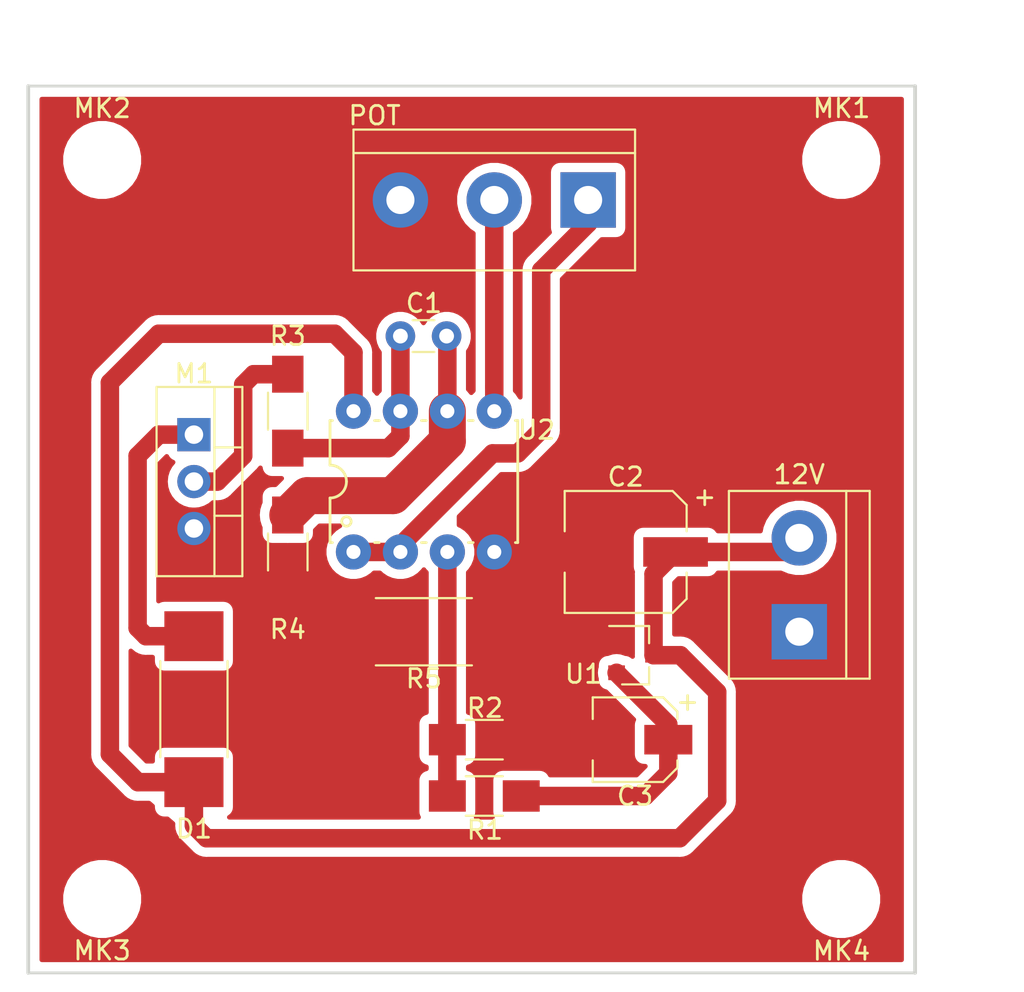
<source format=kicad_pcb>
(kicad_pcb (version 20171130) (host pcbnew 5.0.0-rc2-dev-unknown-554cb54~64~ubuntu16.04.1)

  (general
    (thickness 1.6)
    (drawings 6)
    (tracks 56)
    (zones 0)
    (modules 18)
    (nets 12)
  )

  (page A4)
  (layers
    (0 F.Cu signal)
    (31 B.Cu signal)
    (32 B.Adhes user)
    (33 F.Adhes user)
    (34 B.Paste user)
    (35 F.Paste user)
    (36 B.SilkS user)
    (37 F.SilkS user)
    (38 B.Mask user)
    (39 F.Mask user)
    (40 Dwgs.User user)
    (41 Cmts.User user)
    (42 Eco1.User user)
    (43 Eco2.User user)
    (44 Edge.Cuts user)
    (45 Margin user)
    (46 B.CrtYd user)
    (47 F.CrtYd user)
    (48 B.Fab user)
    (49 F.Fab user)
  )

  (setup
    (last_trace_width 1)
    (trace_clearance 0.5)
    (zone_clearance 0.508)
    (zone_45_only no)
    (trace_min 0.2)
    (segment_width 0.2)
    (edge_width 0.15)
    (via_size 1)
    (via_drill 0.6)
    (via_min_size 0.4)
    (via_min_drill 0.3)
    (uvia_size 0.3)
    (uvia_drill 0.1)
    (uvias_allowed no)
    (uvia_min_size 0.2)
    (uvia_min_drill 0.1)
    (pcb_text_width 0.3)
    (pcb_text_size 1.5 1.5)
    (mod_edge_width 0.15)
    (mod_text_size 1 1)
    (mod_text_width 0.15)
    (pad_size 1.524 1.524)
    (pad_drill 0.762)
    (pad_to_mask_clearance 0.2)
    (aux_axis_origin 0 0)
    (visible_elements FFFDFF7F)
    (pcbplotparams
      (layerselection 0x010fc_ffffffff)
      (usegerberextensions false)
      (usegerberattributes false)
      (usegerberadvancedattributes false)
      (creategerberjobfile false)
      (excludeedgelayer true)
      (linewidth 0.050000)
      (plotframeref false)
      (viasonmask false)
      (mode 1)
      (useauxorigin false)
      (hpglpennumber 1)
      (hpglpenspeed 20)
      (hpglpendiameter 15)
      (psnegative false)
      (psa4output false)
      (plotreference true)
      (plotvalue true)
      (plotinvisibletext false)
      (padsonsilk false)
      (subtractmaskfromsilk false)
      (outputformat 1)
      (mirror false)
      (drillshape 0)
      (scaleselection 1)
      (outputdirectory ""))
  )

  (net 0 "")
  (net 1 GND)
  (net 2 "Net-(D1-Pad1)")
  (net 3 "Net-(M1-Pad2)")
  (net 4 "Net-(C1-Pad2)")
  (net 5 "Net-(C1-Pad1)")
  (net 6 "Net-(R1-Pad1)")
  (net 7 "Net-(C3-Pad1)")
  (net 8 "Net-(M1-Pad3)")
  (net 9 "Net-(POT1-Pad2)")
  (net 10 "Net-(POT1-Pad1)")
  (net 11 +12V)

  (net_class Default "This is the default net class."
    (clearance 0.5)
    (trace_width 1)
    (via_dia 1)
    (via_drill 0.6)
    (uvia_dia 0.3)
    (uvia_drill 0.1)
    (add_net +12V)
    (add_net GND)
    (add_net "Net-(C1-Pad1)")
    (add_net "Net-(C1-Pad2)")
    (add_net "Net-(C3-Pad1)")
    (add_net "Net-(D1-Pad1)")
    (add_net "Net-(M1-Pad2)")
    (add_net "Net-(M1-Pad3)")
    (add_net "Net-(POT1-Pad1)")
    (add_net "Net-(POT1-Pad2)")
    (add_net "Net-(R1-Pad1)")
  )

  (net_class thick ""
    (clearance 1.5)
    (trace_width 3)
    (via_dia 1)
    (via_drill 0.6)
    (uvia_dia 0.3)
    (uvia_drill 0.1)
  )

  (module Resistors_SMD:R_1206_HandSoldering (layer F.Cu) (tedit 58E0A804) (tstamp 5BE468B7)
    (at 124.681842 90.424)
    (descr "Resistor SMD 1206, hand soldering")
    (tags "resistor 1206")
    (path /5BDF761A)
    (attr smd)
    (fp_text reference R1 (at 0.032158 1.839802 -180) (layer F.SilkS)
      (effects (font (size 1 1) (thickness 0.15)))
    )
    (fp_text value 22K (at 0 1.9) (layer F.Fab)
      (effects (font (size 1 1) (thickness 0.15)))
    )
    (fp_line (start 3.25 1.1) (end -3.25 1.1) (layer F.CrtYd) (width 0.05))
    (fp_line (start 3.25 1.1) (end 3.25 -1.11) (layer F.CrtYd) (width 0.05))
    (fp_line (start -3.25 -1.11) (end -3.25 1.1) (layer F.CrtYd) (width 0.05))
    (fp_line (start -3.25 -1.11) (end 3.25 -1.11) (layer F.CrtYd) (width 0.05))
    (fp_line (start -1 -1.07) (end 1 -1.07) (layer F.SilkS) (width 0.12))
    (fp_line (start 1 1.07) (end -1 1.07) (layer F.SilkS) (width 0.12))
    (fp_line (start -1.6 -0.8) (end 1.6 -0.8) (layer F.Fab) (width 0.1))
    (fp_line (start 1.6 -0.8) (end 1.6 0.8) (layer F.Fab) (width 0.1))
    (fp_line (start 1.6 0.8) (end -1.6 0.8) (layer F.Fab) (width 0.1))
    (fp_line (start -1.6 0.8) (end -1.6 -0.8) (layer F.Fab) (width 0.1))
    (fp_text user %R (at 0 0) (layer F.Fab)
      (effects (font (size 0.7 0.7) (thickness 0.105)))
    )
    (pad 2 smd rect (at 2 0) (size 2 1.7) (layers F.Cu F.Paste F.Mask)
      (net 7 "Net-(C3-Pad1)"))
    (pad 1 smd rect (at -2 0) (size 2 1.7) (layers F.Cu F.Paste F.Mask)
      (net 6 "Net-(R1-Pad1)"))
    (model ${KISYS3DMOD}/Resistors_SMD.3dshapes/R_1206.wrl
      (at (xyz 0 0 0))
      (scale (xyz 1 1 1))
      (rotate (xyz 0 0 0))
    )
  )

  (module Resistors_SMD:R_1206_HandSoldering (layer F.Cu) (tedit 58E0A804) (tstamp 5BE5AF80)
    (at 124.681842 87.376)
    (descr "Resistor SMD 1206, hand soldering")
    (tags "resistor 1206")
    (path /5BDF7664)
    (attr smd)
    (fp_text reference R2 (at 0.032158 -1.716198 -180) (layer F.SilkS)
      (effects (font (size 1 1) (thickness 0.15)))
    )
    (fp_text value 1K (at 0 1.9) (layer F.Fab)
      (effects (font (size 1 1) (thickness 0.15)))
    )
    (fp_text user %R (at 0 0) (layer F.Fab)
      (effects (font (size 0.7 0.7) (thickness 0.105)))
    )
    (fp_line (start -1.6 0.8) (end -1.6 -0.8) (layer F.Fab) (width 0.1))
    (fp_line (start 1.6 0.8) (end -1.6 0.8) (layer F.Fab) (width 0.1))
    (fp_line (start 1.6 -0.8) (end 1.6 0.8) (layer F.Fab) (width 0.1))
    (fp_line (start -1.6 -0.8) (end 1.6 -0.8) (layer F.Fab) (width 0.1))
    (fp_line (start 1 1.07) (end -1 1.07) (layer F.SilkS) (width 0.12))
    (fp_line (start -1 -1.07) (end 1 -1.07) (layer F.SilkS) (width 0.12))
    (fp_line (start -3.25 -1.11) (end 3.25 -1.11) (layer F.CrtYd) (width 0.05))
    (fp_line (start -3.25 -1.11) (end -3.25 1.1) (layer F.CrtYd) (width 0.05))
    (fp_line (start 3.25 1.1) (end 3.25 -1.11) (layer F.CrtYd) (width 0.05))
    (fp_line (start 3.25 1.1) (end -3.25 1.1) (layer F.CrtYd) (width 0.05))
    (pad 1 smd rect (at -2 0) (size 2 1.7) (layers F.Cu F.Paste F.Mask)
      (net 6 "Net-(R1-Pad1)"))
    (pad 2 smd rect (at 2 0) (size 2 1.7) (layers F.Cu F.Paste F.Mask)
      (net 1 GND))
    (model ${KISYS3DMOD}/Resistors_SMD.3dshapes/R_1206.wrl
      (at (xyz 0 0 0))
      (scale (xyz 1 1 1))
      (rotate (xyz 0 0 0))
    )
  )

  (module Resistors_SMD:R_2512_HandSoldering (layer F.Cu) (tedit 58E0A804) (tstamp 5BE44083)
    (at 121.412 81.534)
    (descr "Resistor SMD 2512, hand soldering")
    (tags "resistor 2512")
    (path /5BDA42C9)
    (attr smd)
    (fp_text reference R5 (at 0 2.54) (layer F.SilkS)
      (effects (font (size 1 1) (thickness 0.15)))
    )
    (fp_text value 0.05 (at 0 2.75) (layer F.Fab)
      (effects (font (size 1 1) (thickness 0.15)))
    )
    (fp_line (start 5.55 1.85) (end -5.56 1.85) (layer F.CrtYd) (width 0.05))
    (fp_line (start 5.55 1.85) (end 5.55 -1.85) (layer F.CrtYd) (width 0.05))
    (fp_line (start -5.56 -1.85) (end -5.56 1.85) (layer F.CrtYd) (width 0.05))
    (fp_line (start -5.56 -1.85) (end 5.55 -1.85) (layer F.CrtYd) (width 0.05))
    (fp_line (start -2.6 -1.82) (end 2.6 -1.82) (layer F.SilkS) (width 0.12))
    (fp_line (start 2.6 1.82) (end -2.6 1.82) (layer F.SilkS) (width 0.12))
    (fp_line (start -3.15 -1.6) (end 3.15 -1.6) (layer F.Fab) (width 0.1))
    (fp_line (start 3.15 -1.6) (end 3.15 1.6) (layer F.Fab) (width 0.1))
    (fp_line (start 3.15 1.6) (end -3.15 1.6) (layer F.Fab) (width 0.1))
    (fp_line (start -3.15 1.6) (end -3.15 -1.6) (layer F.Fab) (width 0.1))
    (fp_text user %R (at 0 0) (layer F.Fab)
      (effects (font (size 1 1) (thickness 0.15)))
    )
    (pad 2 smd rect (at 3.95 0) (size 2.7 3.2) (layers F.Cu F.Paste F.Mask)
      (net 1 GND))
    (pad 1 smd rect (at -3.95 0) (size 2.7 3.2) (layers F.Cu F.Paste F.Mask)
      (net 8 "Net-(M1-Pad3)"))
    (model ${KISYS3DMOD}/Resistors_SMD.3dshapes/R_2512.wrl
      (at (xyz 0 0 0))
      (scale (xyz 1 1 1))
      (rotate (xyz 0 0 0))
    )
  )

  (module Power_Integrations:PDIP-8 (layer F.Cu) (tedit 0) (tstamp 5BE44B32)
    (at 121.412 73.406)
    (descr "PDIP-8 Standard 300mil 8pin Dual In Line Package")
    (tags "Power Integrations P Package")
    (path /5BDA252F)
    (fp_text reference U2 (at 6.096 -2.794) (layer F.SilkS)
      (effects (font (size 1 1) (thickness 0.15)))
    )
    (fp_text value LM358 (at 0 0) (layer F.Fab)
      (effects (font (size 1 1) (thickness 0.15)))
    )
    (fp_line (start 5.08 3.302) (end 5.08 -3.302) (layer F.SilkS) (width 0.15))
    (fp_line (start -2.667 -3.302) (end -2.413 -3.302) (layer F.SilkS) (width 0.15))
    (fp_line (start -0.127 -3.302) (end 0.127 -3.302) (layer F.SilkS) (width 0.15))
    (fp_line (start 2.413 -3.302) (end 2.667 -3.302) (layer F.SilkS) (width 0.15))
    (fp_line (start 5.08 -3.302) (end 4.953 -3.302) (layer F.SilkS) (width 0.15))
    (fp_line (start -5.08 -3.302) (end -4.953 -3.302) (layer F.SilkS) (width 0.15))
    (fp_line (start -5.08 3.302) (end -4.953 3.302) (layer F.SilkS) (width 0.15))
    (fp_line (start -2.667 3.302) (end -2.413 3.302) (layer F.SilkS) (width 0.15))
    (fp_line (start -0.127 3.302) (end 0.127 3.302) (layer F.SilkS) (width 0.15))
    (fp_line (start 2.413 3.302) (end 2.667 3.302) (layer F.SilkS) (width 0.15))
    (fp_line (start 5.08 3.302) (end 4.953 3.302) (layer F.SilkS) (width 0.15))
    (fp_circle (center -4.191 2.159) (end -3.937 2.159) (layer F.SilkS) (width 0.15))
    (fp_arc (start -5.08 0) (end -5.08 -0.889) (angle 90) (layer F.SilkS) (width 0.15))
    (fp_arc (start -5.08 0) (end -4.191 0) (angle 90) (layer F.SilkS) (width 0.15))
    (fp_line (start -5.08 -0.889) (end -5.08 -3.302) (layer F.SilkS) (width 0.15))
    (fp_line (start -5.08 0.889) (end -5.08 3.302) (layer F.SilkS) (width 0.15))
    (pad 8 thru_hole circle (at -3.81 -3.81) (size 1.905 1.905) (drill 0.762) (layers *.Cu *.Mask)
      (net 11 +12V))
    (pad 7 thru_hole circle (at -1.27 -3.81) (size 1.905 1.905) (drill 0.762) (layers *.Cu *.Mask)
      (net 5 "Net-(C1-Pad1)"))
    (pad 6 thru_hole circle (at 1.27 -3.81) (size 1.905 1.905) (drill 0.762) (layers *.Cu *.Mask)
      (net 4 "Net-(C1-Pad2)"))
    (pad 5 thru_hole circle (at 3.81 -3.81) (size 1.905 1.905) (drill 0.762) (layers *.Cu *.Mask)
      (net 9 "Net-(POT1-Pad2)"))
    (pad 4 thru_hole circle (at 3.81 3.81) (size 1.905 1.905) (drill 0.762) (layers *.Cu *.Mask)
      (net 1 GND))
    (pad 3 thru_hole circle (at 1.27 3.81) (size 1.905 1.905) (drill 0.762) (layers *.Cu *.Mask)
      (net 6 "Net-(R1-Pad1)"))
    (pad 2 thru_hole circle (at -1.27 3.81) (size 1.905 1.905) (drill 0.762) (layers *.Cu *.Mask)
      (net 10 "Net-(POT1-Pad1)"))
    (pad 1 thru_hole circle (at -3.81 3.81) (size 1.905 1.905) (drill 0.762) (layers *.Cu *.Mask)
      (net 10 "Net-(POT1-Pad1)"))
  )

  (module Capacitors_THT:C_Disc_D3.0mm_W1.6mm_P2.50mm (layer F.Cu) (tedit 597BC7C2) (tstamp 5BE91542)
    (at 120.142 65.532)
    (descr "C, Disc series, Radial, pin pitch=2.50mm, , diameter*width=3.0*1.6mm^2, Capacitor, http://www.vishay.com/docs/45233/krseries.pdf")
    (tags "C Disc series Radial pin pitch 2.50mm  diameter 3.0mm width 1.6mm Capacitor")
    (path /5BDEE117)
    (fp_text reference C1 (at 1.27 -1.778) (layer F.SilkS)
      (effects (font (size 1 1) (thickness 0.15)))
    )
    (fp_text value 100nF (at 1.25 2.11) (layer F.Fab)
      (effects (font (size 1 1) (thickness 0.15)))
    )
    (fp_text user %R (at 1.25 0) (layer F.Fab)
      (effects (font (size 1 1) (thickness 0.15)))
    )
    (fp_line (start 3.55 -1.15) (end -1.05 -1.15) (layer F.CrtYd) (width 0.05))
    (fp_line (start 3.55 1.15) (end 3.55 -1.15) (layer F.CrtYd) (width 0.05))
    (fp_line (start -1.05 1.15) (end 3.55 1.15) (layer F.CrtYd) (width 0.05))
    (fp_line (start -1.05 -1.15) (end -1.05 1.15) (layer F.CrtYd) (width 0.05))
    (fp_line (start 0.663 0.861) (end 1.837 0.861) (layer F.SilkS) (width 0.12))
    (fp_line (start 0.663 -0.861) (end 1.837 -0.861) (layer F.SilkS) (width 0.12))
    (fp_line (start 2.75 -0.8) (end -0.25 -0.8) (layer F.Fab) (width 0.1))
    (fp_line (start 2.75 0.8) (end 2.75 -0.8) (layer F.Fab) (width 0.1))
    (fp_line (start -0.25 0.8) (end 2.75 0.8) (layer F.Fab) (width 0.1))
    (fp_line (start -0.25 -0.8) (end -0.25 0.8) (layer F.Fab) (width 0.1))
    (pad 2 thru_hole circle (at 2.5 0) (size 1.6 1.6) (drill 0.8) (layers *.Cu *.Mask)
      (net 4 "Net-(C1-Pad2)"))
    (pad 1 thru_hole circle (at 0 0) (size 1.6 1.6) (drill 0.8) (layers *.Cu *.Mask)
      (net 5 "Net-(C1-Pad1)"))
    (model ${KISYS3DMOD}/Capacitors_THT.3dshapes/C_Disc_D3.0mm_W1.6mm_P2.50mm.wrl
      (at (xyz 0 0 0))
      (scale (xyz 1 1 1))
      (rotate (xyz 0 0 0))
    )
  )

  (module Mounting_Holes:MountingHole_3.2mm_M3 (layer F.Cu) (tedit 56D1B4CB) (tstamp 5BDEF1A5)
    (at 144 56)
    (descr "Mounting Hole 3.2mm, no annular, M3")
    (tags "mounting hole 3.2mm no annular m3")
    (path /5BDAA7EA)
    (attr virtual)
    (fp_text reference MK1 (at 0.018 -2.794) (layer F.SilkS)
      (effects (font (size 1 1) (thickness 0.15)))
    )
    (fp_text value Mounting_Hole (at 0 4.2) (layer F.Fab)
      (effects (font (size 1 1) (thickness 0.15)))
    )
    (fp_circle (center 0 0) (end 3.45 0) (layer F.CrtYd) (width 0.05))
    (fp_circle (center 0 0) (end 3.2 0) (layer Cmts.User) (width 0.15))
    (fp_text user %R (at 0.3 0) (layer F.Fab)
      (effects (font (size 1 1) (thickness 0.15)))
    )
    (pad 1 np_thru_hole circle (at 0 0) (size 3.2 3.2) (drill 3.2) (layers *.Cu *.Mask))
  )

  (module Mounting_Holes:MountingHole_3.2mm_M3 (layer F.Cu) (tedit 56D1B4CB) (tstamp 5BDEF1BA)
    (at 104 56)
    (descr "Mounting Hole 3.2mm, no annular, M3")
    (tags "mounting hole 3.2mm no annular m3")
    (path /5BDAA7B4)
    (attr virtual)
    (fp_text reference MK2 (at 0 -2.794) (layer F.SilkS)
      (effects (font (size 1 1) (thickness 0.15)))
    )
    (fp_text value Mounting_Hole (at 0 4.2) (layer F.Fab)
      (effects (font (size 1 1) (thickness 0.15)))
    )
    (fp_circle (center 0 0) (end 3.45 0) (layer F.CrtYd) (width 0.05))
    (fp_circle (center 0 0) (end 3.2 0) (layer Cmts.User) (width 0.15))
    (fp_text user %R (at 0.3 0) (layer F.Fab)
      (effects (font (size 1 1) (thickness 0.15)))
    )
    (pad 1 np_thru_hole circle (at 0 0) (size 3.2 3.2) (drill 3.2) (layers *.Cu *.Mask))
  )

  (module Mounting_Holes:MountingHole_3.2mm_M3 (layer F.Cu) (tedit 56D1B4CB) (tstamp 5BDEF408)
    (at 104 96)
    (descr "Mounting Hole 3.2mm, no annular, M3")
    (tags "mounting hole 3.2mm no annular m3")
    (path /5BDAA784)
    (attr virtual)
    (fp_text reference MK3 (at 0 2.794) (layer F.SilkS)
      (effects (font (size 1 1) (thickness 0.15)))
    )
    (fp_text value Mounting_Hole (at 0 4.2) (layer F.Fab)
      (effects (font (size 1 1) (thickness 0.15)))
    )
    (fp_circle (center 0 0) (end 3.45 0) (layer F.CrtYd) (width 0.05))
    (fp_circle (center 0 0) (end 3.2 0) (layer Cmts.User) (width 0.15))
    (fp_text user %R (at 0.3 0) (layer F.Fab)
      (effects (font (size 1 1) (thickness 0.15)))
    )
    (pad 1 np_thru_hole circle (at 0 0) (size 3.2 3.2) (drill 3.2) (layers *.Cu *.Mask))
  )

  (module Mounting_Holes:MountingHole_3.2mm_M3 (layer F.Cu) (tedit 56D1B4CB) (tstamp 5BDEF0E5)
    (at 144 96)
    (descr "Mounting Hole 3.2mm, no annular, M3")
    (tags "mounting hole 3.2mm no annular m3")
    (path /5BDAA482)
    (attr virtual)
    (fp_text reference MK4 (at 0.018 2.806) (layer F.SilkS)
      (effects (font (size 1 1) (thickness 0.15)))
    )
    (fp_text value Mounting_Hole (at 0 4.2) (layer F.Fab)
      (effects (font (size 1 1) (thickness 0.15)))
    )
    (fp_text user %R (at 0.3 0) (layer F.Fab)
      (effects (font (size 1 1) (thickness 0.15)))
    )
    (fp_circle (center 0 0) (end 3.2 0) (layer Cmts.User) (width 0.15))
    (fp_circle (center 0 0) (end 3.45 0) (layer F.CrtYd) (width 0.05))
    (pad 1 np_thru_hole circle (at 0 0) (size 3.2 3.2) (drill 3.2) (layers *.Cu *.Mask))
  )

  (module TO_SOT_Packages_SMD:SOT-23 (layer F.Cu) (tedit 58CE4E7E) (tstamp 5BE92CFD)
    (at 132.842 82.804)
    (descr "SOT-23, Standard")
    (tags SOT-23)
    (path /5BE1BFB9)
    (attr smd)
    (fp_text reference U1 (at -2.794 1.016 -180) (layer F.SilkS)
      (effects (font (size 1 1) (thickness 0.15)))
    )
    (fp_text value AMS1117-1.5 (at 0 2.5) (layer F.Fab)
      (effects (font (size 1 1) (thickness 0.15)))
    )
    (fp_line (start 0.76 1.58) (end -0.7 1.58) (layer F.SilkS) (width 0.12))
    (fp_line (start 0.76 -1.58) (end -1.4 -1.58) (layer F.SilkS) (width 0.12))
    (fp_line (start -1.7 1.75) (end -1.7 -1.75) (layer F.CrtYd) (width 0.05))
    (fp_line (start 1.7 1.75) (end -1.7 1.75) (layer F.CrtYd) (width 0.05))
    (fp_line (start 1.7 -1.75) (end 1.7 1.75) (layer F.CrtYd) (width 0.05))
    (fp_line (start -1.7 -1.75) (end 1.7 -1.75) (layer F.CrtYd) (width 0.05))
    (fp_line (start 0.76 -1.58) (end 0.76 -0.65) (layer F.SilkS) (width 0.12))
    (fp_line (start 0.76 1.58) (end 0.76 0.65) (layer F.SilkS) (width 0.12))
    (fp_line (start -0.7 1.52) (end 0.7 1.52) (layer F.Fab) (width 0.1))
    (fp_line (start 0.7 -1.52) (end 0.7 1.52) (layer F.Fab) (width 0.1))
    (fp_line (start -0.7 -0.95) (end -0.15 -1.52) (layer F.Fab) (width 0.1))
    (fp_line (start -0.15 -1.52) (end 0.7 -1.52) (layer F.Fab) (width 0.1))
    (fp_line (start -0.7 -0.95) (end -0.7 1.5) (layer F.Fab) (width 0.1))
    (fp_text user %R (at 0 0 -270) (layer F.Fab)
      (effects (font (size 0.5 0.5) (thickness 0.075)))
    )
    (pad 3 smd rect (at 1 0) (size 0.9 0.8) (layers F.Cu F.Paste F.Mask)
      (net 11 +12V))
    (pad 2 smd rect (at -1 0.95) (size 0.9 0.8) (layers F.Cu F.Paste F.Mask)
      (net 7 "Net-(C3-Pad1)"))
    (pad 1 smd rect (at -1 -0.95) (size 0.9 0.8) (layers F.Cu F.Paste F.Mask)
      (net 1 GND))
    (model ${KISYS3DMOD}/TO_SOT_Packages_SMD.3dshapes/SOT-23.wrl
      (at (xyz 0 0 0))
      (scale (xyz 1 1 1))
      (rotate (xyz 0 0 0))
    )
  )

  (module Resistors_SMD:R_1206_HandSoldering (layer F.Cu) (tedit 58E0A804) (tstamp 5BE4493A)
    (at 114.046 69.596 270)
    (descr "Resistor SMD 1206, hand soldering")
    (tags "resistor 1206")
    (path /5BDEDEAB)
    (attr smd)
    (fp_text reference R3 (at -4.064 0) (layer F.SilkS)
      (effects (font (size 1 1) (thickness 0.15)))
    )
    (fp_text value 220 (at 0 1.9 270) (layer F.Fab)
      (effects (font (size 1 1) (thickness 0.15)))
    )
    (fp_line (start 3.25 1.1) (end -3.25 1.1) (layer F.CrtYd) (width 0.05))
    (fp_line (start 3.25 1.1) (end 3.25 -1.11) (layer F.CrtYd) (width 0.05))
    (fp_line (start -3.25 -1.11) (end -3.25 1.1) (layer F.CrtYd) (width 0.05))
    (fp_line (start -3.25 -1.11) (end 3.25 -1.11) (layer F.CrtYd) (width 0.05))
    (fp_line (start -1 -1.07) (end 1 -1.07) (layer F.SilkS) (width 0.12))
    (fp_line (start 1 1.07) (end -1 1.07) (layer F.SilkS) (width 0.12))
    (fp_line (start -1.6 -0.8) (end 1.6 -0.8) (layer F.Fab) (width 0.1))
    (fp_line (start 1.6 -0.8) (end 1.6 0.8) (layer F.Fab) (width 0.1))
    (fp_line (start 1.6 0.8) (end -1.6 0.8) (layer F.Fab) (width 0.1))
    (fp_line (start -1.6 0.8) (end -1.6 -0.8) (layer F.Fab) (width 0.1))
    (fp_text user %R (at 0 0 270) (layer F.Fab)
      (effects (font (size 0.7 0.7) (thickness 0.105)))
    )
    (pad 2 smd rect (at 2 0 270) (size 2 1.7) (layers F.Cu F.Paste F.Mask)
      (net 5 "Net-(C1-Pad1)"))
    (pad 1 smd rect (at -2 0 270) (size 2 1.7) (layers F.Cu F.Paste F.Mask)
      (net 3 "Net-(M1-Pad2)"))
    (model ${KISYS3DMOD}/Resistors_SMD.3dshapes/R_1206.wrl
      (at (xyz 0 0 0))
      (scale (xyz 1 1 1))
      (rotate (xyz 0 0 0))
    )
  )

  (module Resistors_SMD:R_1206_HandSoldering (layer F.Cu) (tedit 58E0A804) (tstamp 5BE44270)
    (at 114.046 77.216 90)
    (descr "Resistor SMD 1206, hand soldering")
    (tags "resistor 1206")
    (path /5BDEF832)
    (attr smd)
    (fp_text reference R4 (at -4.191 0 180) (layer F.SilkS)
      (effects (font (size 1 1) (thickness 0.15)))
    )
    (fp_text value 10K (at 0 1.9 90) (layer F.Fab)
      (effects (font (size 1 1) (thickness 0.15)))
    )
    (fp_text user %R (at 0 0 90) (layer F.Fab)
      (effects (font (size 0.7 0.7) (thickness 0.105)))
    )
    (fp_line (start -1.6 0.8) (end -1.6 -0.8) (layer F.Fab) (width 0.1))
    (fp_line (start 1.6 0.8) (end -1.6 0.8) (layer F.Fab) (width 0.1))
    (fp_line (start 1.6 -0.8) (end 1.6 0.8) (layer F.Fab) (width 0.1))
    (fp_line (start -1.6 -0.8) (end 1.6 -0.8) (layer F.Fab) (width 0.1))
    (fp_line (start 1 1.07) (end -1 1.07) (layer F.SilkS) (width 0.12))
    (fp_line (start -1 -1.07) (end 1 -1.07) (layer F.SilkS) (width 0.12))
    (fp_line (start -3.25 -1.11) (end 3.25 -1.11) (layer F.CrtYd) (width 0.05))
    (fp_line (start -3.25 -1.11) (end -3.25 1.1) (layer F.CrtYd) (width 0.05))
    (fp_line (start 3.25 1.1) (end 3.25 -1.11) (layer F.CrtYd) (width 0.05))
    (fp_line (start 3.25 1.1) (end -3.25 1.1) (layer F.CrtYd) (width 0.05))
    (pad 1 smd rect (at -2 0 90) (size 2 1.7) (layers F.Cu F.Paste F.Mask)
      (net 8 "Net-(M1-Pad3)"))
    (pad 2 smd rect (at 2 0 90) (size 2 1.7) (layers F.Cu F.Paste F.Mask)
      (net 4 "Net-(C1-Pad2)"))
    (model ${KISYS3DMOD}/Resistors_SMD.3dshapes/R_1206.wrl
      (at (xyz 0 0 0))
      (scale (xyz 1 1 1))
      (rotate (xyz 0 0 0))
    )
  )

  (module Capacitors_SMD:CP_Elec_6.3x5.3 (layer F.Cu) (tedit 58AA8B2D) (tstamp 5BE44CCD)
    (at 132.334 77.216 180)
    (descr "SMT capacitor, aluminium electrolytic, 6.3x5.3")
    (path /5BE3356F)
    (attr smd)
    (fp_text reference C2 (at 0 4.064) (layer F.SilkS)
      (effects (font (size 1 1) (thickness 0.15)))
    )
    (fp_text value 220uF (at 0 -4.56 180) (layer F.Fab)
      (effects (font (size 1 1) (thickness 0.15)))
    )
    (fp_line (start 4.7 3.4) (end -4.7 3.4) (layer F.CrtYd) (width 0.05))
    (fp_line (start 4.7 3.4) (end 4.7 -3.4) (layer F.CrtYd) (width 0.05))
    (fp_line (start -4.7 -3.4) (end -4.7 3.4) (layer F.CrtYd) (width 0.05))
    (fp_line (start -4.7 -3.4) (end 4.7 -3.4) (layer F.CrtYd) (width 0.05))
    (fp_line (start -2.54 -3.3) (end 3.3 -3.3) (layer F.SilkS) (width 0.12))
    (fp_line (start -3.3 -2.54) (end -2.54 -3.3) (layer F.SilkS) (width 0.12))
    (fp_line (start -2.54 3.3) (end -3.3 2.54) (layer F.SilkS) (width 0.12))
    (fp_line (start 3.3 3.3) (end -2.54 3.3) (layer F.SilkS) (width 0.12))
    (fp_line (start -3.3 -2.54) (end -3.3 -1.12) (layer F.SilkS) (width 0.12))
    (fp_line (start -3.3 2.54) (end -3.3 1.12) (layer F.SilkS) (width 0.12))
    (fp_line (start 3.3 -3.3) (end 3.3 -1.12) (layer F.SilkS) (width 0.12))
    (fp_line (start 3.3 3.3) (end 3.3 1.12) (layer F.SilkS) (width 0.12))
    (fp_line (start 3.15 -3.15) (end -2.48 -3.15) (layer F.Fab) (width 0.1))
    (fp_line (start -2.48 -3.15) (end -3.15 -2.48) (layer F.Fab) (width 0.1))
    (fp_line (start -3.15 -2.48) (end -3.15 2.48) (layer F.Fab) (width 0.1))
    (fp_line (start -3.15 2.48) (end -2.48 3.15) (layer F.Fab) (width 0.1))
    (fp_line (start -2.48 3.15) (end 3.15 3.15) (layer F.Fab) (width 0.1))
    (fp_line (start 3.15 3.15) (end 3.15 -3.15) (layer F.Fab) (width 0.1))
    (fp_text user %R (at 0 4.064 180) (layer F.Fab)
      (effects (font (size 1 1) (thickness 0.15)))
    )
    (fp_text user + (at -4.28 3.01 180) (layer F.SilkS)
      (effects (font (size 1 1) (thickness 0.15)))
    )
    (fp_text user + (at -1.75 -0.08 180) (layer F.Fab)
      (effects (font (size 1 1) (thickness 0.15)))
    )
    (fp_circle (center 0 0) (end 0.6 3) (layer F.Fab) (width 0.1))
    (pad 2 smd rect (at 2.7 0) (size 3.5 1.6) (layers F.Cu F.Paste F.Mask)
      (net 1 GND))
    (pad 1 smd rect (at -2.7 0) (size 3.5 1.6) (layers F.Cu F.Paste F.Mask)
      (net 11 +12V))
    (model Capacitors_SMD.3dshapes/CP_Elec_6.3x5.3.wrl
      (at (xyz 0 0 0))
      (scale (xyz 1 1 1))
      (rotate (xyz 0 0 180))
    )
  )

  (module Capacitors_SMD:CP_Elec_4x5.3 (layer F.Cu) (tedit 58AA85FB) (tstamp 5BE44C7C)
    (at 132.842 87.376 180)
    (descr "SMT capacitor, aluminium electrolytic, 4x5.3")
    (path /5BE32474)
    (attr smd)
    (fp_text reference C3 (at 0 -3.048) (layer F.SilkS)
      (effects (font (size 1 1) (thickness 0.15)))
    )
    (fp_text value 10uF (at 0 -3.54 180) (layer F.Fab)
      (effects (font (size 1 1) (thickness 0.15)))
    )
    (fp_line (start 3.35 2.38) (end -3.35 2.38) (layer F.CrtYd) (width 0.05))
    (fp_line (start 3.35 2.38) (end 3.35 -2.39) (layer F.CrtYd) (width 0.05))
    (fp_line (start -3.35 -2.39) (end -3.35 2.38) (layer F.CrtYd) (width 0.05))
    (fp_line (start -3.35 -2.39) (end 3.35 -2.39) (layer F.CrtYd) (width 0.05))
    (fp_line (start -1.52 -2.29) (end -2.29 -1.52) (layer F.SilkS) (width 0.12))
    (fp_line (start -1.52 -2.29) (end 2.29 -2.29) (layer F.SilkS) (width 0.12))
    (fp_line (start -1.52 2.29) (end -2.29 1.52) (layer F.SilkS) (width 0.12))
    (fp_line (start -1.52 2.29) (end 2.29 2.29) (layer F.SilkS) (width 0.12))
    (fp_line (start -2.29 1.52) (end -2.29 1.12) (layer F.SilkS) (width 0.12))
    (fp_line (start 2.29 2.29) (end 2.29 1.12) (layer F.SilkS) (width 0.12))
    (fp_line (start 2.29 -2.29) (end 2.29 -1.12) (layer F.SilkS) (width 0.12))
    (fp_line (start -2.29 -1.52) (end -2.29 -1.12) (layer F.SilkS) (width 0.12))
    (fp_line (start 2.13 -2.13) (end -1.46 -2.13) (layer F.Fab) (width 0.1))
    (fp_line (start -1.46 -2.13) (end -2.13 -1.46) (layer F.Fab) (width 0.1))
    (fp_line (start -2.13 -1.46) (end -2.13 1.46) (layer F.Fab) (width 0.1))
    (fp_line (start -2.13 1.46) (end -1.46 2.13) (layer F.Fab) (width 0.1))
    (fp_line (start -1.46 2.13) (end 2.13 2.13) (layer F.Fab) (width 0.1))
    (fp_line (start 2.13 2.13) (end 2.13 -2.13) (layer F.Fab) (width 0.1))
    (fp_text user %R (at 0 3.54 180) (layer F.Fab)
      (effects (font (size 1 1) (thickness 0.15)))
    )
    (fp_text user + (at -2.77 2.01 270) (layer F.SilkS)
      (effects (font (size 1 1) (thickness 0.15)))
    )
    (fp_text user + (at -1.21 -0.08 180) (layer F.Fab)
      (effects (font (size 1 1) (thickness 0.15)))
    )
    (fp_circle (center 0 0) (end 0 2.1) (layer F.Fab) (width 0.1))
    (pad 2 smd rect (at 1.8 0) (size 2.6 1.6) (layers F.Cu F.Paste F.Mask)
      (net 1 GND))
    (pad 1 smd rect (at -1.8 0) (size 2.6 1.6) (layers F.Cu F.Paste F.Mask)
      (net 7 "Net-(C3-Pad1)"))
    (model Capacitors_SMD.3dshapes/CP_Elec_4x5.3.wrl
      (at (xyz 0 0 0))
      (scale (xyz 1 1 1))
      (rotate (xyz 0 0 180))
    )
  )

  (module Resistors_SMD:R_2512_HandSoldering (layer F.Cu) (tedit 58E0A804) (tstamp 5BF60D7C)
    (at 108.966 85.725 270)
    (descr "Resistor SMD 2512, hand soldering")
    (tags "resistor 2512")
    (path /5BDA8131)
    (attr smd)
    (fp_text reference D1 (at 6.477 0) (layer F.SilkS)
      (effects (font (size 1 1) (thickness 0.15)))
    )
    (fp_text value "Cree XHP70 5.8V" (at 0 2.75 270) (layer F.Fab)
      (effects (font (size 1 1) (thickness 0.15)))
    )
    (fp_line (start 5.55 1.85) (end -5.56 1.85) (layer F.CrtYd) (width 0.05))
    (fp_line (start 5.55 1.85) (end 5.55 -1.85) (layer F.CrtYd) (width 0.05))
    (fp_line (start -5.56 -1.85) (end -5.56 1.85) (layer F.CrtYd) (width 0.05))
    (fp_line (start -5.56 -1.85) (end 5.55 -1.85) (layer F.CrtYd) (width 0.05))
    (fp_line (start -2.6 -1.82) (end 2.6 -1.82) (layer F.SilkS) (width 0.12))
    (fp_line (start 2.6 1.82) (end -2.6 1.82) (layer F.SilkS) (width 0.12))
    (fp_line (start -3.15 -1.6) (end 3.15 -1.6) (layer F.Fab) (width 0.1))
    (fp_line (start 3.15 -1.6) (end 3.15 1.6) (layer F.Fab) (width 0.1))
    (fp_line (start 3.15 1.6) (end -3.15 1.6) (layer F.Fab) (width 0.1))
    (fp_line (start -3.15 1.6) (end -3.15 -1.6) (layer F.Fab) (width 0.1))
    (fp_text user %R (at 0 0 270) (layer F.Fab)
      (effects (font (size 1 1) (thickness 0.15)))
    )
    (pad 2 smd rect (at 3.95 0 270) (size 2.7 3.2) (layers F.Cu F.Paste F.Mask)
      (net 11 +12V))
    (pad 1 smd rect (at -3.95 0 270) (size 2.7 3.2) (layers F.Cu F.Paste F.Mask)
      (net 2 "Net-(D1-Pad1)"))
    (model ${KISYS3DMOD}/Resistors_SMD.3dshapes/R_2512.wrl
      (at (xyz 0 0 0))
      (scale (xyz 1 1 1))
      (rotate (xyz 0 0 0))
    )
  )

  (module TO_SOT_Packages_THT:TO-220-3_Vertical (layer F.Cu) (tedit 58CE52AD) (tstamp 5BF60D96)
    (at 108.966 70.866 270)
    (descr "TO-220-3, Vertical, RM 2.54mm")
    (tags "TO-220-3 Vertical RM 2.54mm")
    (path /5BDA608D)
    (fp_text reference M1 (at -3.302 0) (layer F.SilkS)
      (effects (font (size 1 1) (thickness 0.15)))
    )
    (fp_text value P16NF06L (at 2.54 3.92 270) (layer F.Fab)
      (effects (font (size 1 1) (thickness 0.15)))
    )
    (fp_line (start 7.79 -2.75) (end -2.71 -2.75) (layer F.CrtYd) (width 0.05))
    (fp_line (start 7.79 2.16) (end 7.79 -2.75) (layer F.CrtYd) (width 0.05))
    (fp_line (start -2.71 2.16) (end 7.79 2.16) (layer F.CrtYd) (width 0.05))
    (fp_line (start -2.71 -2.75) (end -2.71 2.16) (layer F.CrtYd) (width 0.05))
    (fp_line (start 4.391 -2.62) (end 4.391 -1.11) (layer F.SilkS) (width 0.12))
    (fp_line (start 0.69 -2.62) (end 0.69 -1.11) (layer F.SilkS) (width 0.12))
    (fp_line (start -2.58 -1.11) (end 7.66 -1.11) (layer F.SilkS) (width 0.12))
    (fp_line (start 7.66 -2.62) (end 7.66 2.021) (layer F.SilkS) (width 0.12))
    (fp_line (start -2.58 -2.62) (end -2.58 2.021) (layer F.SilkS) (width 0.12))
    (fp_line (start -2.58 2.021) (end 7.66 2.021) (layer F.SilkS) (width 0.12))
    (fp_line (start -2.58 -2.62) (end 7.66 -2.62) (layer F.SilkS) (width 0.12))
    (fp_line (start 4.39 -2.5) (end 4.39 -1.23) (layer F.Fab) (width 0.1))
    (fp_line (start 0.69 -2.5) (end 0.69 -1.23) (layer F.Fab) (width 0.1))
    (fp_line (start -2.46 -1.23) (end 7.54 -1.23) (layer F.Fab) (width 0.1))
    (fp_line (start 7.54 -2.5) (end -2.46 -2.5) (layer F.Fab) (width 0.1))
    (fp_line (start 7.54 1.9) (end 7.54 -2.5) (layer F.Fab) (width 0.1))
    (fp_line (start -2.46 1.9) (end 7.54 1.9) (layer F.Fab) (width 0.1))
    (fp_line (start -2.46 -2.5) (end -2.46 1.9) (layer F.Fab) (width 0.1))
    (fp_text user %R (at 2.54 -3.62 270) (layer F.Fab)
      (effects (font (size 1 1) (thickness 0.15)))
    )
    (pad 3 thru_hole oval (at 5.08 0 270) (size 1.8 1.8) (drill 1) (layers *.Cu *.Mask)
      (net 8 "Net-(M1-Pad3)"))
    (pad 2 thru_hole oval (at 2.54 0 270) (size 1.8 1.8) (drill 1) (layers *.Cu *.Mask)
      (net 3 "Net-(M1-Pad2)"))
    (pad 1 thru_hole rect (at 0 0 270) (size 1.8 1.8) (drill 1) (layers *.Cu *.Mask)
      (net 2 "Net-(D1-Pad1)"))
    (model ${KISYS3DMOD}/TO_SOT_Packages_THT.3dshapes/TO-220-3_Vertical.wrl
      (offset (xyz 64.51599806213379 0 0))
      (scale (xyz 0.393701 0.393701 0.393701))
      (rotate (xyz 0 0 0))
    )
  )

  (module TerminalBlock:TerminalBlock_bornier-3_P5.08mm (layer F.Cu) (tedit 5BEC56C7) (tstamp 5BF60DAC)
    (at 130.302 58.166 180)
    (descr "simple 3-pin terminal block, pitch 5.08mm, revamped version of bornier3")
    (tags "terminal block bornier3")
    (path /5BDA1F0E)
    (fp_text reference POT (at 11.557 4.572 180) (layer F.SilkS)
      (effects (font (size 1 1) (thickness 0.15)))
    )
    (fp_text value 1k (at 5.08 5.08 180) (layer F.Fab)
      (effects (font (size 1 1) (thickness 0.15)))
    )
    (fp_line (start 12.88 4) (end -2.72 4) (layer F.CrtYd) (width 0.05))
    (fp_line (start 12.88 4) (end 12.88 -4) (layer F.CrtYd) (width 0.05))
    (fp_line (start -2.72 -4) (end -2.72 4) (layer F.CrtYd) (width 0.05))
    (fp_line (start -2.72 -4) (end 12.88 -4) (layer F.CrtYd) (width 0.05))
    (fp_line (start -2.54 3.81) (end 12.7 3.81) (layer F.SilkS) (width 0.12))
    (fp_line (start -2.54 -3.81) (end 12.7 -3.81) (layer F.SilkS) (width 0.12))
    (fp_line (start -2.54 2.54) (end 12.7 2.54) (layer F.SilkS) (width 0.12))
    (fp_line (start 12.7 3.81) (end 12.7 -3.81) (layer F.SilkS) (width 0.12))
    (fp_line (start -2.54 3.81) (end -2.54 -3.81) (layer F.SilkS) (width 0.12))
    (fp_line (start -2.47 3.75) (end -2.47 -3.75) (layer F.Fab) (width 0.1))
    (fp_line (start 12.63 3.75) (end -2.47 3.75) (layer F.Fab) (width 0.1))
    (fp_line (start 12.63 -3.75) (end 12.63 3.75) (layer F.Fab) (width 0.1))
    (fp_line (start -2.47 -3.75) (end 12.63 -3.75) (layer F.Fab) (width 0.1))
    (fp_line (start -2.47 2.55) (end 12.63 2.55) (layer F.Fab) (width 0.1))
    (fp_text user %R (at 5.08 0 180) (layer F.Fab)
      (effects (font (size 1 1) (thickness 0.15)))
    )
    (pad 3 thru_hole circle (at 10.16 0 180) (size 3 3) (drill 1.52) (layers *.Cu *.Mask)
      (net 1 GND))
    (pad 2 thru_hole circle (at 5.08 0 180) (size 3 3) (drill 1.52) (layers *.Cu *.Mask)
      (net 9 "Net-(POT1-Pad2)"))
    (pad 1 thru_hole rect (at 0 0 180) (size 3 3) (drill 1.52) (layers *.Cu *.Mask)
      (net 10 "Net-(POT1-Pad1)"))
    (model ${KISYS3DMOD}/Terminal_Blocks.3dshapes/TerminalBlock_bornier-3_P5.08mm.wrl
      (offset (xyz 129.0319961242676 0 0))
      (scale (xyz 1 1 1))
      (rotate (xyz 0 0 0))
    )
  )

  (module TerminalBlock:TerminalBlock_bornier-2_P5.08mm (layer F.Cu) (tedit 5BF2CF95) (tstamp 5BF611F6)
    (at 141.732 81.534 90)
    (descr "simple 2-pin terminal block, pitch 5.08mm, revamped version of bornier2")
    (tags "terminal block bornier2")
    (path /5BDA967E)
    (fp_text reference 12V (at 8.509 0 180) (layer F.SilkS)
      (effects (font (size 1 1) (thickness 0.15)))
    )
    (fp_text value Screw_Terminal_01x02 (at 2.54 5.08 90) (layer F.Fab)
      (effects (font (size 1 1) (thickness 0.15)))
    )
    (fp_line (start 7.79 4) (end -2.71 4) (layer F.CrtYd) (width 0.05))
    (fp_line (start 7.79 4) (end 7.79 -4) (layer F.CrtYd) (width 0.05))
    (fp_line (start -2.71 -4) (end -2.71 4) (layer F.CrtYd) (width 0.05))
    (fp_line (start -2.71 -4) (end 7.79 -4) (layer F.CrtYd) (width 0.05))
    (fp_line (start -2.54 3.81) (end 7.62 3.81) (layer F.SilkS) (width 0.12))
    (fp_line (start -2.54 -3.81) (end -2.54 3.81) (layer F.SilkS) (width 0.12))
    (fp_line (start 7.62 -3.81) (end -2.54 -3.81) (layer F.SilkS) (width 0.12))
    (fp_line (start 7.62 3.81) (end 7.62 -3.81) (layer F.SilkS) (width 0.12))
    (fp_line (start 7.62 2.54) (end -2.54 2.54) (layer F.SilkS) (width 0.12))
    (fp_line (start 7.54 -3.75) (end -2.46 -3.75) (layer F.Fab) (width 0.1))
    (fp_line (start 7.54 3.75) (end 7.54 -3.75) (layer F.Fab) (width 0.1))
    (fp_line (start -2.46 3.75) (end 7.54 3.75) (layer F.Fab) (width 0.1))
    (fp_line (start -2.46 -3.75) (end -2.46 3.75) (layer F.Fab) (width 0.1))
    (fp_line (start -2.41 2.55) (end 7.49 2.55) (layer F.Fab) (width 0.1))
    (fp_text user %R (at 2.54 0 90) (layer F.Fab)
      (effects (font (size 1 1) (thickness 0.15)))
    )
    (pad 2 thru_hole circle (at 5.08 0 90) (size 3 3) (drill 1.52) (layers *.Cu *.Mask)
      (net 11 +12V))
    (pad 1 thru_hole rect (at 0 0 90) (size 3 3) (drill 1.52) (layers *.Cu *.Mask)
      (net 1 GND))
    (model ${KISYS3DMOD}/Terminal_Blocks.3dshapes/TerminalBlock_bornier-2_P5.08mm.wrl
      (offset (xyz 64.51599806213379 0 0))
      (scale (xyz 1 1 1))
      (rotate (xyz 0 0 0))
    )
  )

  (dimension 40.132 (width 0.3) (layer Dwgs.User)
    (gr_text "40.132 mm" (at 151.96 75.946 270) (layer Dwgs.User)
      (effects (font (size 1.5 1.5) (thickness 0.3)))
    )
    (feature1 (pts (xy 144.018 96.012) (xy 150.446421 96.012)))
    (feature2 (pts (xy 144.018 55.88) (xy 150.446421 55.88)))
    (crossbar (pts (xy 149.86 55.88) (xy 149.86 96.012)))
    (arrow1a (pts (xy 149.86 96.012) (xy 149.273579 94.885496)))
    (arrow1b (pts (xy 149.86 96.012) (xy 150.446421 94.885496)))
    (arrow2a (pts (xy 149.86 55.88) (xy 149.273579 57.006504)))
    (arrow2b (pts (xy 149.86 55.88) (xy 150.446421 57.006504)))
  )
  (dimension 40.132 (width 0.3) (layer Dwgs.User)
    (gr_text "40.132 mm" (at 123.952 48.446) (layer Dwgs.User)
      (effects (font (size 1.5 1.5) (thickness 0.3)))
    )
    (feature1 (pts (xy 144.018 55.88) (xy 144.018 49.959579)))
    (feature2 (pts (xy 103.886 55.88) (xy 103.886 49.959579)))
    (crossbar (pts (xy 103.886 50.546) (xy 144.018 50.546)))
    (arrow1a (pts (xy 144.018 50.546) (xy 142.891496 51.132421)))
    (arrow1b (pts (xy 144.018 50.546) (xy 142.891496 49.959579)))
    (arrow2a (pts (xy 103.886 50.546) (xy 105.012504 51.132421)))
    (arrow2b (pts (xy 103.886 50.546) (xy 105.012504 49.959579)))
  )
  (gr_line (start 100 100) (end 100 52) (layer Edge.Cuts) (width 0.2) (tstamp 5BDEF187))
  (gr_line (start 100 100) (end 148 100) (layer Edge.Cuts) (width 0.15) (tstamp 5BDEF181))
  (gr_line (start 100 52) (end 148 52) (layer Edge.Cuts) (width 0.15) (tstamp 5BDEF17E))
  (gr_line (start 148 100) (end 148 52) (layer Edge.Cuts) (width 0.2) (tstamp 5BDEF17B))

  (segment (start 122.682 65.572) (end 122.642 65.532) (width 1) (layer F.Cu) (net 4))
  (segment (start 122.682 69.596) (end 122.682 65.572) (width 1) (layer F.Cu) (net 4))
  (segment (start 120.142 65.532) (end 120.142 69.596) (width 1) (layer F.Cu) (net 5))
  (segment (start 120.142 70.943038) (end 120.142 69.596) (width 1) (layer F.Cu) (net 5))
  (segment (start 119.489038 71.596) (end 120.142 70.943038) (width 1) (layer F.Cu) (net 5))
  (segment (start 114.046 71.596) (end 119.489038 71.596) (width 1) (layer F.Cu) (net 5))
  (segment (start 125.222 69.596) (end 125.222 68.248962) (width 1) (layer F.Cu) (net 9))
  (segment (start 133.842 78.408) (end 135.034 77.216) (width 1) (layer F.Cu) (net 11))
  (segment (start 133.842 82.804) (end 133.842 78.408) (width 1) (layer F.Cu) (net 11))
  (segment (start 140.97 77.216) (end 141.732 76.454) (width 1) (layer F.Cu) (net 11))
  (segment (start 135.034 77.216) (end 140.97 77.216) (width 1) (layer F.Cu) (net 11))
  (segment (start 117.602 66.421) (end 117.602 69.596) (width 1) (layer F.Cu) (net 11))
  (segment (start 107.061 65.405) (end 116.586 65.405) (width 1) (layer F.Cu) (net 11))
  (segment (start 116.586 65.405) (end 117.602 66.421) (width 1) (layer F.Cu) (net 11))
  (segment (start 104.41799 68.04801) (end 107.061 65.405) (width 1) (layer F.Cu) (net 11))
  (segment (start 112.196 67.596) (end 114.046 67.596) (width 1) (layer F.Cu) (net 3))
  (segment (start 108.966 73.406) (end 110.238792 73.406) (width 1) (layer F.Cu) (net 3))
  (segment (start 110.238792 73.406) (end 111.633 72.011792) (width 1) (layer F.Cu) (net 3))
  (segment (start 111.633 72.011792) (end 111.633 68.159) (width 1) (layer F.Cu) (net 3))
  (segment (start 111.633 68.159) (end 112.196 67.596) (width 1) (layer F.Cu) (net 3))
  (segment (start 122.682 71.231479) (end 119.745479 74.168) (width 2) (layer F.Cu) (net 4))
  (segment (start 122.682 69.596) (end 122.682 71.231479) (width 2) (layer F.Cu) (net 4))
  (segment (start 115.094 74.168) (end 114.046 75.216) (width 2) (layer F.Cu) (net 4))
  (segment (start 119.745479 74.168) (end 115.094 74.168) (width 2) (layer F.Cu) (net 4))
  (segment (start 122.681842 90.616198) (end 122.681842 87.060198) (width 1) (layer F.Cu) (net 6))
  (segment (start 122.682 87.06004) (end 122.681842 87.060198) (width 1) (layer F.Cu) (net 6))
  (segment (start 122.682 77.216) (end 122.682 87.06004) (width 1) (layer F.Cu) (net 6))
  (segment (start 134.642 89.176) (end 134.642 87.376) (width 1) (layer F.Cu) (net 7))
  (segment (start 133.394 90.424) (end 134.642 89.176) (width 1) (layer F.Cu) (net 7))
  (segment (start 126.681842 90.424) (end 133.394 90.424) (width 1) (layer F.Cu) (net 7))
  (segment (start 134.642 86.554) (end 131.842 83.754) (width 1) (layer F.Cu) (net 7))
  (segment (start 134.642 87.376) (end 134.642 86.554) (width 1) (layer F.Cu) (net 7))
  (segment (start 125.222 68.248962) (end 125.222 58.166) (width 1) (layer F.Cu) (net 9))
  (segment (start 117.602 77.216) (end 120.142 77.216) (width 1) (layer F.Cu) (net 10))
  (segment (start 130.302 59.436) (end 130.302 58.166) (width 1) (layer F.Cu) (net 10))
  (segment (start 127.762 61.976) (end 130.302 59.436) (width 1) (layer F.Cu) (net 10))
  (segment (start 127.762 70.612) (end 127.762 61.976) (width 1) (layer F.Cu) (net 10))
  (segment (start 120.142 77.216) (end 120.142 76.866298) (width 1) (layer F.Cu) (net 10))
  (segment (start 126.492 71.882) (end 127.762 70.612) (width 1) (layer F.Cu) (net 10))
  (segment (start 120.142 76.866298) (end 125.126298 71.882) (width 1) (layer F.Cu) (net 10))
  (segment (start 125.126298 71.882) (end 126.492 71.882) (width 1) (layer F.Cu) (net 10))
  (segment (start 106.366 81.775) (end 108.966 81.775) (width 1) (layer F.Cu) (net 2))
  (segment (start 108.966 70.866) (end 107.066 70.866) (width 1) (layer F.Cu) (net 2))
  (segment (start 107.066 70.866) (end 105.918 72.014) (width 1) (layer F.Cu) (net 2))
  (segment (start 105.918 72.014) (end 105.918 81.327) (width 1) (layer F.Cu) (net 2))
  (segment (start 105.918 81.327) (end 106.366 81.775) (width 1) (layer F.Cu) (net 2))
  (segment (start 108.966 92.025) (end 108.966 89.675) (width 1) (layer F.Cu) (net 11))
  (segment (start 109.651 92.71) (end 108.966 92.025) (width 1) (layer F.Cu) (net 11))
  (segment (start 135.255 92.71) (end 109.651 92.71) (width 1) (layer F.Cu) (net 11))
  (segment (start 133.842 82.804) (end 135.292 82.804) (width 1) (layer F.Cu) (net 11))
  (segment (start 137.287 90.678) (end 135.255 92.71) (width 1) (layer F.Cu) (net 11))
  (segment (start 135.292 82.804) (end 137.287 84.799) (width 1) (layer F.Cu) (net 11))
  (segment (start 137.287 84.799) (end 137.287 90.678) (width 1) (layer F.Cu) (net 11))
  (segment (start 104.41799 68.04801) (end 104.41799 88.16199) (width 1) (layer F.Cu) (net 11))
  (segment (start 105.931 89.675) (end 108.966 89.675) (width 1) (layer F.Cu) (net 11))
  (segment (start 104.41799 88.16199) (end 105.931 89.675) (width 1) (layer F.Cu) (net 11))

  (zone (net 1) (net_name GND) (layer F.Cu) (tstamp 5BDEEF50) (hatch edge 0.508)
    (connect_pads yes (clearance 0.508))
    (min_thickness 0.254)
    (fill yes (arc_segments 32) (thermal_gap 0.508) (thermal_bridge_width 0.508) (smoothing chamfer))
    (polygon
      (pts
        (xy 99.314 51.562) (xy 148.844 51.562) (xy 148.844 100.584) (xy 99.314 100.584)
      )
    )
    (filled_polygon
      (pts
        (xy 147.265 99.29) (xy 100.735 99.29) (xy 100.735 95.779872) (xy 101.765 95.779872) (xy 101.765 96.220128)
        (xy 101.85089 96.651925) (xy 102.019369 97.058669) (xy 102.263962 97.424729) (xy 102.575271 97.736038) (xy 102.941331 97.980631)
        (xy 103.348075 98.14911) (xy 103.779872 98.235) (xy 104.220128 98.235) (xy 104.651925 98.14911) (xy 105.058669 97.980631)
        (xy 105.424729 97.736038) (xy 105.736038 97.424729) (xy 105.980631 97.058669) (xy 106.14911 96.651925) (xy 106.235 96.220128)
        (xy 106.235 95.779872) (xy 141.765 95.779872) (xy 141.765 96.220128) (xy 141.85089 96.651925) (xy 142.019369 97.058669)
        (xy 142.263962 97.424729) (xy 142.575271 97.736038) (xy 142.941331 97.980631) (xy 143.348075 98.14911) (xy 143.779872 98.235)
        (xy 144.220128 98.235) (xy 144.651925 98.14911) (xy 145.058669 97.980631) (xy 145.424729 97.736038) (xy 145.736038 97.424729)
        (xy 145.980631 97.058669) (xy 146.14911 96.651925) (xy 146.235 96.220128) (xy 146.235 95.779872) (xy 146.14911 95.348075)
        (xy 145.980631 94.941331) (xy 145.736038 94.575271) (xy 145.424729 94.263962) (xy 145.058669 94.019369) (xy 144.651925 93.85089)
        (xy 144.220128 93.765) (xy 143.779872 93.765) (xy 143.348075 93.85089) (xy 142.941331 94.019369) (xy 142.575271 94.263962)
        (xy 142.263962 94.575271) (xy 142.019369 94.941331) (xy 141.85089 95.348075) (xy 141.765 95.779872) (xy 106.235 95.779872)
        (xy 106.14911 95.348075) (xy 105.980631 94.941331) (xy 105.736038 94.575271) (xy 105.424729 94.263962) (xy 105.058669 94.019369)
        (xy 104.651925 93.85089) (xy 104.220128 93.765) (xy 103.779872 93.765) (xy 103.348075 93.85089) (xy 102.941331 94.019369)
        (xy 102.575271 94.263962) (xy 102.263962 94.575271) (xy 102.019369 94.941331) (xy 101.85089 95.348075) (xy 101.765 95.779872)
        (xy 100.735 95.779872) (xy 100.735 68.04801) (xy 103.277499 68.04801) (xy 103.28299 68.103761) (xy 103.282991 88.106228)
        (xy 103.277499 88.16199) (xy 103.299413 88.384488) (xy 103.364314 88.598436) (xy 103.364315 88.598437) (xy 103.469707 88.795613)
        (xy 103.611542 88.968439) (xy 103.65485 89.003981) (xy 105.089008 90.43814) (xy 105.124551 90.481449) (xy 105.297377 90.623284)
        (xy 105.494553 90.728676) (xy 105.708501 90.793577) (xy 105.875248 90.81) (xy 105.875257 90.81) (xy 105.930999 90.81549)
        (xy 105.986741 90.81) (xy 106.535598 90.81) (xy 106.727928 90.974855) (xy 106.727928 91.025) (xy 106.740188 91.149482)
        (xy 106.776498 91.26918) (xy 106.835463 91.379494) (xy 106.914815 91.476185) (xy 107.011506 91.555537) (xy 107.12182 91.614502)
        (xy 107.241518 91.650812) (xy 107.366 91.663072) (xy 107.530848 91.663072) (xy 107.831 91.920345) (xy 107.831 91.969248)
        (xy 107.825509 92.025) (xy 107.831 92.080751) (xy 107.847423 92.247498) (xy 107.912324 92.461446) (xy 108.017716 92.658623)
        (xy 108.159551 92.831449) (xy 108.202865 92.866996) (xy 108.809004 93.473135) (xy 108.844551 93.516449) (xy 109.017377 93.658284)
        (xy 109.214553 93.763676) (xy 109.428501 93.828577) (xy 109.595248 93.845) (xy 109.595257 93.845) (xy 109.650999 93.85049)
        (xy 109.706741 93.845) (xy 135.199249 93.845) (xy 135.255 93.850491) (xy 135.310751 93.845) (xy 135.310752 93.845)
        (xy 135.477499 93.828577) (xy 135.691447 93.763676) (xy 135.888623 93.658284) (xy 136.061449 93.516449) (xy 136.096996 93.473135)
        (xy 138.050141 91.519991) (xy 138.093449 91.484449) (xy 138.235284 91.311623) (xy 138.340676 91.114447) (xy 138.405577 90.900499)
        (xy 138.422 90.733752) (xy 138.427491 90.678) (xy 138.422 90.622249) (xy 138.422 84.854751) (xy 138.427491 84.798999)
        (xy 138.405577 84.576501) (xy 138.340676 84.362553) (xy 138.295739 84.278482) (xy 138.235284 84.165377) (xy 138.093449 83.992551)
        (xy 138.050141 83.957009) (xy 136.133996 82.040865) (xy 136.098449 81.997551) (xy 135.925623 81.855716) (xy 135.728447 81.750324)
        (xy 135.514499 81.685423) (xy 135.347752 81.669) (xy 135.347751 81.669) (xy 135.292 81.663509) (xy 135.236249 81.669)
        (xy 134.977 81.669) (xy 134.977 78.878132) (xy 135.20106 78.654072) (xy 136.784 78.654072) (xy 136.908482 78.641812)
        (xy 137.02818 78.605502) (xy 137.138494 78.546537) (xy 137.235185 78.467185) (xy 137.314537 78.370494) (xy 137.324957 78.351)
        (xy 140.73274 78.351) (xy 141.109244 78.506953) (xy 141.521721 78.589) (xy 141.942279 78.589) (xy 142.354756 78.506953)
        (xy 142.743302 78.346012) (xy 143.092983 78.112363) (xy 143.390363 77.814983) (xy 143.624012 77.465302) (xy 143.784953 77.076756)
        (xy 143.867 76.664279) (xy 143.867 76.243721) (xy 143.784953 75.831244) (xy 143.624012 75.442698) (xy 143.390363 75.093017)
        (xy 143.092983 74.795637) (xy 142.743302 74.561988) (xy 142.354756 74.401047) (xy 141.942279 74.319) (xy 141.521721 74.319)
        (xy 141.109244 74.401047) (xy 140.720698 74.561988) (xy 140.371017 74.795637) (xy 140.073637 75.093017) (xy 139.839988 75.442698)
        (xy 139.679047 75.831244) (xy 139.629367 76.081) (xy 137.324957 76.081) (xy 137.314537 76.061506) (xy 137.235185 75.964815)
        (xy 137.138494 75.885463) (xy 137.02818 75.826498) (xy 136.908482 75.790188) (xy 136.784 75.777928) (xy 133.284 75.777928)
        (xy 133.159518 75.790188) (xy 133.03982 75.826498) (xy 132.929506 75.885463) (xy 132.832815 75.964815) (xy 132.753463 76.061506)
        (xy 132.694498 76.17182) (xy 132.658188 76.291518) (xy 132.645928 76.416) (xy 132.645928 78.016) (xy 132.658188 78.140482)
        (xy 132.694498 78.26018) (xy 132.712712 78.294255) (xy 132.701509 78.408) (xy 132.707001 78.463761) (xy 132.707 82.748248)
        (xy 132.701509 82.804) (xy 132.708432 82.874294) (xy 132.646494 82.823463) (xy 132.53618 82.764498) (xy 132.416482 82.728188)
        (xy 132.311171 82.717816) (xy 132.278446 82.700324) (xy 132.064498 82.635423) (xy 131.842 82.613509) (xy 131.619502 82.635423)
        (xy 131.405554 82.700324) (xy 131.372829 82.717816) (xy 131.267518 82.728188) (xy 131.14782 82.764498) (xy 131.037506 82.823463)
        (xy 130.940815 82.902815) (xy 130.861463 82.999506) (xy 130.802498 83.10982) (xy 130.766188 83.229518) (xy 130.753928 83.354)
        (xy 130.753928 83.430941) (xy 130.723423 83.531502) (xy 130.701509 83.754) (xy 130.723423 83.976498) (xy 130.753928 84.077059)
        (xy 130.753928 84.154) (xy 130.766188 84.278482) (xy 130.802498 84.39818) (xy 130.861463 84.508494) (xy 130.940815 84.605185)
        (xy 131.037506 84.684537) (xy 131.14782 84.743502) (xy 131.260575 84.777706) (xy 132.774161 86.291292) (xy 132.752498 86.33182)
        (xy 132.716188 86.451518) (xy 132.703928 86.576) (xy 132.703928 88.176) (xy 132.716188 88.300482) (xy 132.752498 88.42018)
        (xy 132.811463 88.530494) (xy 132.890815 88.627185) (xy 132.987506 88.706537) (xy 133.09782 88.765502) (xy 133.217518 88.801812)
        (xy 133.342 88.814072) (xy 133.398796 88.814072) (xy 132.923868 89.289) (xy 128.249525 89.289) (xy 128.212379 89.219506)
        (xy 128.133027 89.122815) (xy 128.036336 89.043463) (xy 127.926022 88.984498) (xy 127.806324 88.948188) (xy 127.681842 88.935928)
        (xy 125.681842 88.935928) (xy 125.55736 88.948188) (xy 125.437662 88.984498) (xy 125.327348 89.043463) (xy 125.230657 89.122815)
        (xy 125.151305 89.219506) (xy 125.09234 89.32982) (xy 125.05603 89.449518) (xy 125.04377 89.574) (xy 125.04377 91.274)
        (xy 125.05603 91.398482) (xy 125.09234 91.51818) (xy 125.122711 91.575) (xy 124.240973 91.575) (xy 124.271344 91.51818)
        (xy 124.307654 91.398482) (xy 124.319914 91.274) (xy 124.319914 89.574) (xy 124.307654 89.449518) (xy 124.271344 89.32982)
        (xy 124.212379 89.219506) (xy 124.133027 89.122815) (xy 124.036336 89.043463) (xy 123.926022 88.984498) (xy 123.816842 88.951379)
        (xy 123.816842 88.848621) (xy 123.926022 88.815502) (xy 124.036336 88.756537) (xy 124.133027 88.677185) (xy 124.212379 88.580494)
        (xy 124.271344 88.47018) (xy 124.307654 88.350482) (xy 124.319914 88.226) (xy 124.319914 86.526) (xy 124.307654 86.401518)
        (xy 124.271344 86.28182) (xy 124.212379 86.171506) (xy 124.133027 86.074815) (xy 124.036336 85.995463) (xy 123.926022 85.936498)
        (xy 123.817 85.903427) (xy 123.817 78.326064) (xy 123.915092 78.227972) (xy 124.088824 77.967963) (xy 124.208493 77.679057)
        (xy 124.2695 77.372355) (xy 124.2695 77.059645) (xy 124.208493 76.752943) (xy 124.088824 76.464037) (xy 123.915092 76.204028)
        (xy 123.693972 75.982908) (xy 123.433963 75.809176) (xy 123.317 75.760728) (xy 123.317 75.296429) (xy 125.59643 73.017)
        (xy 126.436249 73.017) (xy 126.492 73.022491) (xy 126.547751 73.017) (xy 126.547752 73.017) (xy 126.714499 73.000577)
        (xy 126.928447 72.935676) (xy 127.125623 72.830284) (xy 127.298449 72.688449) (xy 127.333996 72.645135) (xy 128.52514 71.453992)
        (xy 128.568449 71.418449) (xy 128.710284 71.245623) (xy 128.815676 71.048447) (xy 128.880577 70.834499) (xy 128.897 70.667752)
        (xy 128.897 70.667745) (xy 128.90249 70.612001) (xy 128.897 70.556257) (xy 128.897 62.446131) (xy 131.03906 60.304072)
        (xy 131.802 60.304072) (xy 131.926482 60.291812) (xy 132.04618 60.255502) (xy 132.156494 60.196537) (xy 132.253185 60.117185)
        (xy 132.332537 60.020494) (xy 132.391502 59.91018) (xy 132.427812 59.790482) (xy 132.440072 59.666) (xy 132.440072 56.666)
        (xy 132.427812 56.541518) (xy 132.391502 56.42182) (xy 132.332537 56.311506) (xy 132.253185 56.214815) (xy 132.156494 56.135463)
        (xy 132.04618 56.076498) (xy 131.926482 56.040188) (xy 131.802 56.027928) (xy 128.802 56.027928) (xy 128.677518 56.040188)
        (xy 128.55782 56.076498) (xy 128.447506 56.135463) (xy 128.350815 56.214815) (xy 128.271463 56.311506) (xy 128.212498 56.42182)
        (xy 128.176188 56.541518) (xy 128.163928 56.666) (xy 128.163928 59.666) (xy 128.176188 59.790482) (xy 128.212498 59.91018)
        (xy 128.216048 59.916821) (xy 126.99886 61.134009) (xy 126.955552 61.169551) (xy 126.813717 61.342377) (xy 126.757384 61.44777)
        (xy 126.708324 61.539554) (xy 126.643423 61.753502) (xy 126.621509 61.976) (xy 126.627001 62.031761) (xy 126.627 68.841307)
        (xy 126.455092 68.584028) (xy 126.357 68.485936) (xy 126.357 59.97536) (xy 126.582983 59.824363) (xy 126.880363 59.526983)
        (xy 127.114012 59.177302) (xy 127.274953 58.788756) (xy 127.357 58.376279) (xy 127.357 57.955721) (xy 127.274953 57.543244)
        (xy 127.114012 57.154698) (xy 126.880363 56.805017) (xy 126.582983 56.507637) (xy 126.233302 56.273988) (xy 125.844756 56.113047)
        (xy 125.432279 56.031) (xy 125.011721 56.031) (xy 124.599244 56.113047) (xy 124.210698 56.273988) (xy 123.861017 56.507637)
        (xy 123.563637 56.805017) (xy 123.329988 57.154698) (xy 123.169047 57.543244) (xy 123.087 57.955721) (xy 123.087 58.376279)
        (xy 123.169047 58.788756) (xy 123.329988 59.177302) (xy 123.563637 59.526983) (xy 123.861017 59.824363) (xy 124.087001 59.97536)
        (xy 124.087 68.19321) (xy 124.087 68.485936) (xy 123.988908 68.584028) (xy 123.978898 68.599009) (xy 123.843714 68.434286)
        (xy 123.817 68.412363) (xy 123.817 66.356419) (xy 123.91368 66.211727) (xy 124.021853 65.950574) (xy 124.077 65.673335)
        (xy 124.077 65.390665) (xy 124.021853 65.113426) (xy 123.91368 64.852273) (xy 123.756637 64.617241) (xy 123.556759 64.417363)
        (xy 123.321727 64.26032) (xy 123.060574 64.152147) (xy 122.783335 64.097) (xy 122.500665 64.097) (xy 122.223426 64.152147)
        (xy 121.962273 64.26032) (xy 121.727241 64.417363) (xy 121.527363 64.617241) (xy 121.392 64.819827) (xy 121.256637 64.617241)
        (xy 121.056759 64.417363) (xy 120.821727 64.26032) (xy 120.560574 64.152147) (xy 120.283335 64.097) (xy 120.000665 64.097)
        (xy 119.723426 64.152147) (xy 119.462273 64.26032) (xy 119.227241 64.417363) (xy 119.027363 64.617241) (xy 118.87032 64.852273)
        (xy 118.762147 65.113426) (xy 118.707 65.390665) (xy 118.707 65.673335) (xy 118.762147 65.950574) (xy 118.87032 66.211727)
        (xy 119.007 66.416284) (xy 119.007001 68.485935) (xy 118.908908 68.584028) (xy 118.872 68.639265) (xy 118.835092 68.584028)
        (xy 118.737 68.485936) (xy 118.737 66.476751) (xy 118.742491 66.421) (xy 118.720577 66.198501) (xy 118.655676 65.984553)
        (xy 118.637514 65.950574) (xy 118.550284 65.787377) (xy 118.408449 65.614551) (xy 118.36514 65.579008) (xy 117.427996 64.641864)
        (xy 117.392449 64.598551) (xy 117.219623 64.456716) (xy 117.022447 64.351324) (xy 116.808499 64.286423) (xy 116.641752 64.27)
        (xy 116.641751 64.27) (xy 116.586 64.264509) (xy 116.530249 64.27) (xy 107.116752 64.27) (xy 107.061 64.264509)
        (xy 106.838501 64.286423) (xy 106.624553 64.351324) (xy 106.427377 64.456716) (xy 106.297856 64.563011) (xy 106.297855 64.563012)
        (xy 106.254551 64.598551) (xy 106.219013 64.641854) (xy 103.654855 67.206014) (xy 103.611541 67.241561) (xy 103.469706 67.414387)
        (xy 103.364315 67.611563) (xy 103.364314 67.611564) (xy 103.299413 67.825512) (xy 103.277499 68.04801) (xy 100.735 68.04801)
        (xy 100.735 55.779872) (xy 101.765 55.779872) (xy 101.765 56.220128) (xy 101.85089 56.651925) (xy 102.019369 57.058669)
        (xy 102.263962 57.424729) (xy 102.575271 57.736038) (xy 102.941331 57.980631) (xy 103.348075 58.14911) (xy 103.779872 58.235)
        (xy 104.220128 58.235) (xy 104.651925 58.14911) (xy 105.058669 57.980631) (xy 105.424729 57.736038) (xy 105.736038 57.424729)
        (xy 105.980631 57.058669) (xy 106.14911 56.651925) (xy 106.235 56.220128) (xy 106.235 55.779872) (xy 141.765 55.779872)
        (xy 141.765 56.220128) (xy 141.85089 56.651925) (xy 142.019369 57.058669) (xy 142.263962 57.424729) (xy 142.575271 57.736038)
        (xy 142.941331 57.980631) (xy 143.348075 58.14911) (xy 143.779872 58.235) (xy 144.220128 58.235) (xy 144.651925 58.14911)
        (xy 145.058669 57.980631) (xy 145.424729 57.736038) (xy 145.736038 57.424729) (xy 145.980631 57.058669) (xy 146.14911 56.651925)
        (xy 146.235 56.220128) (xy 146.235 55.779872) (xy 146.14911 55.348075) (xy 145.980631 54.941331) (xy 145.736038 54.575271)
        (xy 145.424729 54.263962) (xy 145.058669 54.019369) (xy 144.651925 53.85089) (xy 144.220128 53.765) (xy 143.779872 53.765)
        (xy 143.348075 53.85089) (xy 142.941331 54.019369) (xy 142.575271 54.263962) (xy 142.263962 54.575271) (xy 142.019369 54.941331)
        (xy 141.85089 55.348075) (xy 141.765 55.779872) (xy 106.235 55.779872) (xy 106.14911 55.348075) (xy 105.980631 54.941331)
        (xy 105.736038 54.575271) (xy 105.424729 54.263962) (xy 105.058669 54.019369) (xy 104.651925 53.85089) (xy 104.220128 53.765)
        (xy 103.779872 53.765) (xy 103.348075 53.85089) (xy 102.941331 54.019369) (xy 102.575271 54.263962) (xy 102.263962 54.575271)
        (xy 102.019369 54.941331) (xy 101.85089 55.348075) (xy 101.765 55.779872) (xy 100.735 55.779872) (xy 100.735 52.71)
        (xy 147.265001 52.71)
      )
    )
  )
  (zone (net 8) (net_name "Net-(M1-Pad3)") (layer F.Cu) (tstamp 0) (hatch full 0.508)
    (priority 1)
    (connect_pads yes (clearance 0.508))
    (min_thickness 0.254)
    (fill yes (arc_segments 32) (thermal_gap 0.508) (thermal_bridge_width 0.508) (smoothing fillet))
    (polygon
      (pts
        (xy 109.728 92.71) (xy 104.394 88.138) (xy 104.394 70.866) (xy 122.682 70.866) (xy 122.682 92.71)
      )
    )
    (filled_polygon
      (pts
        (xy 107.535463 72.120494) (xy 107.614815 72.217185) (xy 107.711506 72.296537) (xy 107.82182 72.355502) (xy 107.83828 72.360495)
        (xy 107.683519 72.549073) (xy 107.540983 72.815739) (xy 107.45321 73.105087) (xy 107.423573 73.406) (xy 107.45321 73.706913)
        (xy 107.540983 73.996261) (xy 107.683519 74.262927) (xy 107.875339 74.496661) (xy 108.109073 74.688481) (xy 108.375739 74.831017)
        (xy 108.665087 74.91879) (xy 108.890592 74.941) (xy 109.041408 74.941) (xy 109.266913 74.91879) (xy 109.556261 74.831017)
        (xy 109.822927 74.688481) (xy 110.002634 74.541) (xy 110.183041 74.541) (xy 110.238792 74.546491) (xy 110.294543 74.541)
        (xy 110.294544 74.541) (xy 110.461291 74.524577) (xy 110.675239 74.459676) (xy 110.872415 74.354284) (xy 111.045241 74.212449)
        (xy 111.080788 74.169135) (xy 112.39614 72.853784) (xy 112.439449 72.818241) (xy 112.564776 72.66553) (xy 112.570188 72.720482)
        (xy 112.606498 72.84018) (xy 112.665463 72.950494) (xy 112.744815 73.047185) (xy 112.841506 73.126537) (xy 112.95182 73.185502)
        (xy 113.071518 73.221812) (xy 113.196 73.234072) (xy 113.71569 73.234072) (xy 113.371834 73.577928) (xy 113.196 73.577928)
        (xy 113.071518 73.590188) (xy 112.95182 73.626498) (xy 112.841506 73.685463) (xy 112.744815 73.764815) (xy 112.665463 73.861506)
        (xy 112.606498 73.97182) (xy 112.570188 74.091518) (xy 112.557928 74.216) (xy 112.557928 74.531572) (xy 112.528148 74.587286)
        (xy 112.434658 74.895484) (xy 112.403089 75.216) (xy 112.434658 75.536516) (xy 112.528148 75.844714) (xy 112.557928 75.900428)
        (xy 112.557928 76.216) (xy 112.570188 76.340482) (xy 112.606498 76.46018) (xy 112.665463 76.570494) (xy 112.744815 76.667185)
        (xy 112.841506 76.746537) (xy 112.95182 76.805502) (xy 113.071518 76.841812) (xy 113.196 76.854072) (xy 113.99687 76.854072)
        (xy 114.046 76.858911) (xy 114.09513 76.854072) (xy 114.896 76.854072) (xy 115.020482 76.841812) (xy 115.14018 76.805502)
        (xy 115.250494 76.746537) (xy 115.347185 76.667185) (xy 115.426537 76.570494) (xy 115.485502 76.46018) (xy 115.521812 76.340482)
        (xy 115.534072 76.216) (xy 115.534072 76.040166) (xy 115.771238 75.803) (xy 116.864947 75.803) (xy 116.850037 75.809176)
        (xy 116.590028 75.982908) (xy 116.368908 76.204028) (xy 116.195176 76.464037) (xy 116.075507 76.752943) (xy 116.0145 77.059645)
        (xy 116.0145 77.372355) (xy 116.075507 77.679057) (xy 116.195176 77.967963) (xy 116.368908 78.227972) (xy 116.590028 78.449092)
        (xy 116.850037 78.622824) (xy 117.138943 78.742493) (xy 117.445645 78.8035) (xy 117.758355 78.8035) (xy 118.065057 78.742493)
        (xy 118.353963 78.622824) (xy 118.613972 78.449092) (xy 118.712064 78.351) (xy 119.031936 78.351) (xy 119.130028 78.449092)
        (xy 119.390037 78.622824) (xy 119.678943 78.742493) (xy 119.985645 78.8035) (xy 120.298355 78.8035) (xy 120.605057 78.742493)
        (xy 120.893963 78.622824) (xy 121.153972 78.449092) (xy 121.375092 78.227972) (xy 121.412 78.172735) (xy 121.448908 78.227972)
        (xy 121.547 78.326064) (xy 121.547001 85.90333) (xy 121.437662 85.936498) (xy 121.327348 85.995463) (xy 121.230657 86.074815)
        (xy 121.151305 86.171506) (xy 121.09234 86.28182) (xy 121.05603 86.401518) (xy 121.04377 86.526) (xy 121.04377 88.226)
        (xy 121.05603 88.350482) (xy 121.09234 88.47018) (xy 121.151305 88.580494) (xy 121.230657 88.677185) (xy 121.327348 88.756537)
        (xy 121.437662 88.815502) (xy 121.546842 88.848622) (xy 121.546842 88.951378) (xy 121.437662 88.984498) (xy 121.327348 89.043463)
        (xy 121.230657 89.122815) (xy 121.151305 89.219506) (xy 121.09234 89.32982) (xy 121.05603 89.449518) (xy 121.04377 89.574)
        (xy 121.04377 91.274) (xy 121.05603 91.398482) (xy 121.09234 91.51818) (xy 121.122711 91.575) (xy 110.884082 91.575)
        (xy 110.920494 91.555537) (xy 111.017185 91.476185) (xy 111.096537 91.379494) (xy 111.155502 91.26918) (xy 111.191812 91.149482)
        (xy 111.204072 91.025) (xy 111.204072 88.325) (xy 111.191812 88.200518) (xy 111.155502 88.08082) (xy 111.096537 87.970506)
        (xy 111.017185 87.873815) (xy 110.920494 87.794463) (xy 110.81018 87.735498) (xy 110.690482 87.699188) (xy 110.566 87.686928)
        (xy 107.366 87.686928) (xy 107.241518 87.699188) (xy 107.12182 87.735498) (xy 107.011506 87.794463) (xy 106.914815 87.873815)
        (xy 106.835463 87.970506) (xy 106.776498 88.08082) (xy 106.740188 88.200518) (xy 106.727928 88.325) (xy 106.727928 88.54)
        (xy 106.401132 88.54) (xy 105.55299 87.691859) (xy 105.55299 82.573454) (xy 105.559551 82.581449) (xy 105.732377 82.723284)
        (xy 105.929553 82.828676) (xy 106.143501 82.893577) (xy 106.366 82.915491) (xy 106.421752 82.91) (xy 106.727928 82.91)
        (xy 106.727928 83.125) (xy 106.740188 83.249482) (xy 106.776498 83.36918) (xy 106.835463 83.479494) (xy 106.914815 83.576185)
        (xy 107.011506 83.655537) (xy 107.12182 83.714502) (xy 107.241518 83.750812) (xy 107.366 83.763072) (xy 110.566 83.763072)
        (xy 110.690482 83.750812) (xy 110.81018 83.714502) (xy 110.920494 83.655537) (xy 111.017185 83.576185) (xy 111.096537 83.479494)
        (xy 111.155502 83.36918) (xy 111.191812 83.249482) (xy 111.204072 83.125) (xy 111.204072 80.425) (xy 111.191812 80.300518)
        (xy 111.155502 80.18082) (xy 111.096537 80.070506) (xy 111.017185 79.973815) (xy 110.920494 79.894463) (xy 110.81018 79.835498)
        (xy 110.690482 79.799188) (xy 110.566 79.786928) (xy 107.366 79.786928) (xy 107.241518 79.799188) (xy 107.12182 79.835498)
        (xy 107.053 79.872284) (xy 107.053 72.484131) (xy 107.494073 72.043059)
      )
    )
  )
)

</source>
